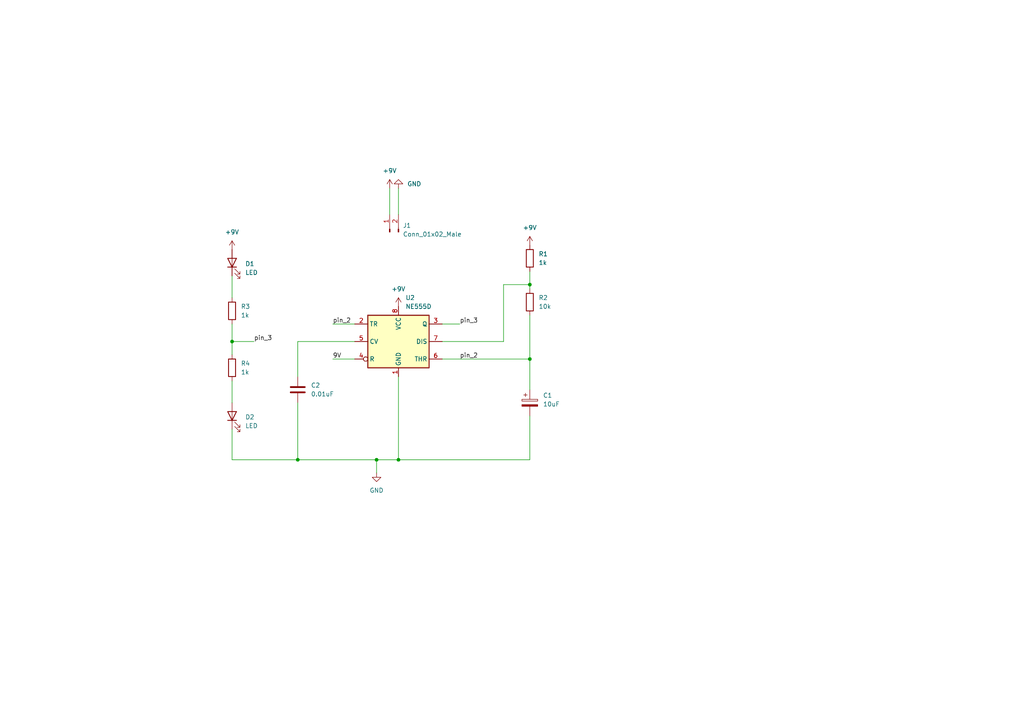
<source format=kicad_sch>
(kicad_sch (version 20211123) (generator eeschema)
  (paper "A4")
  (title_block (title "555 Timer circuit") (date "1/26/2023") (rev "R1"))
  (lib_symbols
    (symbol "Connector:Conn_01x02_Male" (pin_names (offset 1.016) hide)
      (property "Reference" "J" (at 0 2.54 0))
      (property "Value" "Conn_01x02_Male" (at 0 -5.08 0))
      (symbol "Conn_01x02_Male_1_1"
        (polyline (pts (xy 1.27 -2.54) (xy 0.8636 -2.54)) (stroke (width 0.1524)))
        (polyline (pts (xy 1.27 0) (xy 0.8636 0)) (stroke (width 0.1524)))
        (rectangle (start 0.8636 -2.413) (end 0 -2.667) (stroke (width 0.1524)) (fill (type outline)))
        (rectangle (start 0.8636 0.127) (end 0 -0.127) (stroke (width 0.1524)) (fill (type outline)))
        (pin passive line (at 5.08 0 180) (length 3.81) (name "Pin_1") (number "1"))
        (pin passive line (at 5.08 -2.54 180) (length 3.81) (name "Pin_2") (number "2"))
      )
    )
    (symbol "Device:C" (pin_numbers hide) (pin_names (offset 0.254))
      (property "Reference" "C" (at 0.635 2.54 0))
      (property "Value" "C" (at 0.635 -2.54 0))
      (symbol "C_0_1"
        (polyline (pts (xy -2.032 -0.762) (xy 2.032 -0.762)) (stroke (width 0.508)))
        (polyline (pts (xy -2.032 0.762) (xy 2.032 0.762)) (stroke (width 0.508)))
      )
      (symbol "C_1_1"
        (pin passive line (at 0 3.81 270) (length 2.794) (name "~") (number "1"))
        (pin passive line (at 0 -3.81 90) (length 2.794) (name "~") (number "2"))
      )
    )
    (symbol "Device:C_Polarized" (pin_numbers hide) (pin_names (offset 0.254))
      (property "Reference" "C" (at 0.635 2.54 0))
      (property "Value" "C_Polarized" (at 0.635 -2.54 0))
      (symbol "C_Polarized_0_1"
        (rectangle (start -2.286 0.508) (end 2.286 1.016))
        (polyline (pts (xy -1.778 2.286) (xy -0.762 2.286)))
        (polyline (pts (xy -1.27 2.794) (xy -1.27 1.778)))
        (rectangle (start 2.286 -0.508) (end -2.286 -1.016) (fill (type outline)))
      )
      (symbol "C_Polarized_1_1"
        (pin passive line (at 0 3.81 270) (length 2.794) (name "~") (number "1"))
        (pin passive line (at 0 -3.81 90) (length 2.794) (name "~") (number "2"))
      )
    )
    (symbol "Device:LED" (pin_numbers hide) (pin_names (offset 1.016) hide)
      (property "Reference" "D" (at 0 2.54 0))
      (property "Value" "LED" (at 0 -2.54 0))
      (symbol "LED_0_1"
        (polyline (pts (xy -1.27 -1.27) (xy -1.27 1.27)) (stroke (width 0.254)))
        (polyline (pts (xy -1.27 0) (xy 1.27 0)))
        (polyline (pts (xy 1.27 -1.27) (xy 1.27 1.27) (xy -1.27 0) (xy 1.27 -1.27)) (stroke (width 0.254)))
        (polyline (pts (xy -3.048 -0.762) (xy -4.572 -2.286) (xy -3.81 -2.286) (xy -4.572 -2.286) (xy -4.572 -1.524)))
        (polyline (pts (xy -1.778 -0.762) (xy -3.302 -2.286) (xy -2.54 -2.286) (xy -3.302 -2.286) (xy -3.302 -1.524)))
      )
      (symbol "LED_1_1"
        (pin passive line (at -3.81 0 0) (length 2.54) (name "K") (number "1"))
        (pin passive line (at 3.81 0 180) (length 2.54) (name "A") (number "2"))
      )
    )
    (symbol "Device:R" (pin_numbers hide) (pin_names (offset 0))
      (property "Reference" "R" (at 2.032 0 90))
      (property "Value" "R" (at 0 0 90))
      (symbol "R_0_1"
        (rectangle (start -1.016 -2.54) (end 1.016 2.54) (stroke (width 0.254)))
      )
      (symbol "R_1_1"
        (pin passive line (at 0 3.81 270) (length 1.27) (name "~") (number "1"))
        (pin passive line (at 0 -3.81 90) (length 1.27) (name "~") (number "2"))
      )
    )
    (symbol "Timer:NE555D"
      (property "Reference" "U" (at -10.16 8.89 0))
      (property "Value" "NE555D" (at 2.54 8.89 0))
      (symbol "NE555D_0_0"
        (pin power_in line (at 0 -10.16 90) (length 2.54) (name "GND") (number "1"))
        (pin power_in line (at 0 10.16 270) (length 2.54) (name "VCC") (number "8"))
      )
      (symbol "NE555D_0_1"
        (rectangle (start -8.89 -7.62) (end 8.89 7.62) (stroke (width 0.254)) (fill (type background)))
        (rectangle (start -8.89 -7.62) (end 8.89 7.62) (stroke (width 0.254)) (fill (type background)))
      )
      (symbol "NE555D_1_1"
        (pin input line (at -12.7 5.08 0) (length 3.81) (name "TR") (number "2"))
        (pin output line (at 12.7 5.08 180) (length 3.81) (name "Q") (number "3"))
        (pin input inverted (at -12.7 -5.08 0) (length 3.81) (name "R") (number "4"))
        (pin input line (at -12.7 0 0) (length 3.81) (name "CV") (number "5"))
        (pin input line (at 12.7 -5.08 180) (length 3.81) (name "THR") (number "6"))
        (pin input line (at 12.7 0 180) (length 3.81) (name "DIS") (number "7"))
      )
    )
    (symbol "power:+9V" (power) (pin_names (offset 0))
      (property "Value" "+9V" (at 0 3.556 0))
      (symbol "+9V_0_1"
        (polyline (pts (xy -0.762 1.27) (xy 0 2.54)))
        (polyline (pts (xy 0 0) (xy 0 2.54)))
        (polyline (pts (xy 0 2.54) (xy 0.762 1.27)))
      )
      (symbol "+9V_1_1"
        (pin power_in line (at 0 0 90) (length 0) hide (name "+9V") (number "1"))
      )
    )
    (symbol "power:GND" (power) (pin_names (offset 0))
      (property "Value" "GND" (at 0 -3.81 0))
      (symbol "GND_0_1"
        (polyline (pts (xy 0 0) (xy 0 -1.27) (xy 1.27 -1.27) (xy 0 -2.54) (xy -1.27 -1.27) (xy 0 -1.27)))
      )
      (symbol "GND_1_1"
        (pin power_in line (at 0 0 270) (length 0) hide (name "GND") (number "1"))
      )
    )
  )
  (junction (at 109.22 133.35))
  (junction (at 86.36 133.35))
  (junction (at 153.67 104.14))
  (junction (at 153.67 82.55))
  (junction (at 115.57 133.35))
  (junction (at 67.31 99.06))
  (wire (pts (xy 115.57 109.22) (xy 115.57 133.35)))
  (wire (pts (xy 67.31 133.35) (xy 86.36 133.35)))
  (wire (pts (xy 115.57 133.35) (xy 153.67 133.35)))
  (wire (pts (xy 109.22 133.35) (xy 109.22 137.16)))
  (wire (pts (xy 146.05 99.06) (xy 146.05 82.55)))
  (wire (pts (xy 146.05 82.55) (xy 153.67 82.55)))
  (wire (pts (xy 153.67 104.14) (xy 153.67 113.03)))
  (wire (pts (xy 115.57 54.61) (xy 115.57 62.23)))
  (wire (pts (xy 153.67 78.74) (xy 153.67 82.55)))
  (wire (pts (xy 128.27 99.06) (xy 146.05 99.06)))
  (wire (pts (xy 109.22 133.35) (xy 115.57 133.35)))
  (wire (pts (xy 67.31 99.06) (xy 67.31 102.87)))
  (wire (pts (xy 96.52 104.14) (xy 102.87 104.14)))
  (wire (pts (xy 128.27 104.14) (xy 153.67 104.14)))
  (wire (pts (xy 153.67 82.55) (xy 153.67 83.82)))
  (wire (pts (xy 86.36 99.06) (xy 102.87 99.06)))
  (wire (pts (xy 113.03 54.61) (xy 113.03 62.23)))
  (wire (pts (xy 153.67 91.44) (xy 153.67 104.14)))
  (wire (pts (xy 67.31 80.01) (xy 67.31 86.36)))
  (wire (pts (xy 86.36 109.22) (xy 86.36 99.06)))
  (wire (pts (xy 96.52 93.98) (xy 102.87 93.98)))
  (wire (pts (xy 86.36 116.84) (xy 86.36 133.35)))
  (wire (pts (xy 67.31 99.06) (xy 73.66 99.06)))
  (wire (pts (xy 67.31 124.46) (xy 67.31 133.35)))
  (wire (pts (xy 128.27 93.98) (xy 133.35 93.98)))
  (wire (pts (xy 67.31 93.98) (xy 67.31 99.06)))
  (wire (pts (xy 86.36 133.35) (xy 109.22 133.35)))
  (wire (pts (xy 67.31 110.49) (xy 67.31 116.84)))
  (wire (pts (xy 153.67 133.35) (xy 153.67 120.65)))
  (label "pin_3" (at 133.35 93.98 0))
  (label "9V" (at 96.52 104.14 0))
  (label "pin_2" (at 133.35 104.14 0))
  (label "pin_3" (at 73.66 99.06 0))
  (label "pin_2" (at 96.52 93.98 0))
  (symbol (lib_id "power:+9V") (at 153.67 71.12 0) (unit 1)
    (property "Reference" "#PWR?" (effects hide))
    (property "Value" "+9V" (at 153.67 66.04 0))
  )
  (symbol (lib_id "Timer:NE555D") (at 115.57 99.06 0) (unit 1)
    (property "Reference" "U2" (at 117.5894 86.36 0) (effects (justify left)))
    (property "Value" "NE555D" (at 117.5894 88.9 0) (effects (justify left)))
    (property "Footprint" "Package_SO:SOIC-8_3.9x4.9mm_P1.27mm" (effects hide))
    (property "Datasheet" "http://www.ti.com/lit/ds/symlink/ne555.pdf" (effects hide))
  )
  (symbol (lib_id "Device:C") (at 86.36 113.03 0) (unit 1)
    (property "Reference" "C2" (at 90.17 111.7599 0) (effects (justify left)))
    (property "Value" "0.01uF" (at 90.17 114.2999 0) (effects (justify left)))
  )
  (symbol (lib_id "Device:R") (at 67.31 90.17 0) (unit 1)
    (property "Reference" "R3" (at 69.85 88.8999 0) (effects (justify left)))
    (property "Value" "1k" (at 69.85 91.4399 0) (effects (justify left)))
  )
  (symbol (lib_id "Device:R") (at 153.67 74.93 0) (unit 1)
    (property "Reference" "R1" (at 156.21 73.6599 0) (effects (justify left)))
    (property "Value" "1k" (at 156.21 76.1999 0) (effects (justify left)))
  )
  (symbol (lib_id "Device:C_Polarized") (at 153.67 116.84 0) (unit 1)
    (property "Reference" "C1" (at 157.48 114.6809 0) (effects (justify left)))
    (property "Value" "10uF" (at 157.48 117.2209 0) (effects (justify left)))
  )
  (symbol (lib_id "Device:R") (at 153.67 87.63 0) (unit 1)
    (property "Reference" "R2" (at 156.21 86.3599 0) (effects (justify left)))
    (property "Value" "10k" (at 156.21 88.8999 0) (effects (justify left)))
  )
  (symbol (lib_id "power:+9V") (at 113.03 54.61 0) (unit 1)
    (property "Reference" "#PWR?" (effects hide))
    (property "Value" "+9V" (at 113.03 49.53 0))
  )
  (symbol (lib_id "power:+9V") (at 67.31 72.39 0) (unit 1)
    (property "Reference" "#PWR?" (effects hide))
    (property "Value" "+9V" (at 67.31 67.31 0))
  )
  (symbol (lib_id "Device:LED") (at 67.31 76.2 90) (unit 1)
    (property "Reference" "D1" (at 71.12 76.5174 90) (effects (justify right)))
    (property "Value" "LED" (at 71.12 79.0574 90) (effects (justify right)))
  )
  (symbol (lib_id "power:GND") (at 109.22 137.16 0) (unit 1)
    (property "Reference" "#PWR?" (effects hide))
    (property "Value" "GND" (at 109.22 142.24 0))
  )
  (symbol (lib_id "power:+9V") (at 115.57 88.9 0) (unit 1)
    (property "Reference" "#PWR?" (effects hide))
    (property "Value" "+9V" (at 115.57 83.82 0))
  )
  (symbol (lib_id "Connector:Conn_01x02_Male") (at 113.03 67.31 90) (unit 1)
    (property "Reference" "J1" (at 116.84 65.4049 90) (effects (justify right)))
    (property "Value" "Conn_01x02_Male" (at 116.84 67.9449 90) (effects (justify right)))
  )
  (symbol (lib_id "Device:R") (at 67.31 106.68 0) (unit 1)
    (property "Reference" "R4" (at 69.85 105.4099 0) (effects (justify left)))
    (property "Value" "1k" (at 69.85 107.9499 0) (effects (justify left)))
  )
  (symbol (lib_id "Device:LED") (at 67.31 120.65 90) (unit 1)
    (property "Reference" "D2" (at 71.12 120.9674 90) (effects (justify right)))
    (property "Value" "LED" (at 71.12 123.5074 90) (effects (justify right)))
  )
  (symbol (lib_id "power:GND") (at 115.57 54.61 180) (unit 1)
    (property "Reference" "#PWR?" (effects hide))
    (property "Value" "GND" (at 118.11 53.3399 0) (effects (justify right)))
  )
)
</source>
